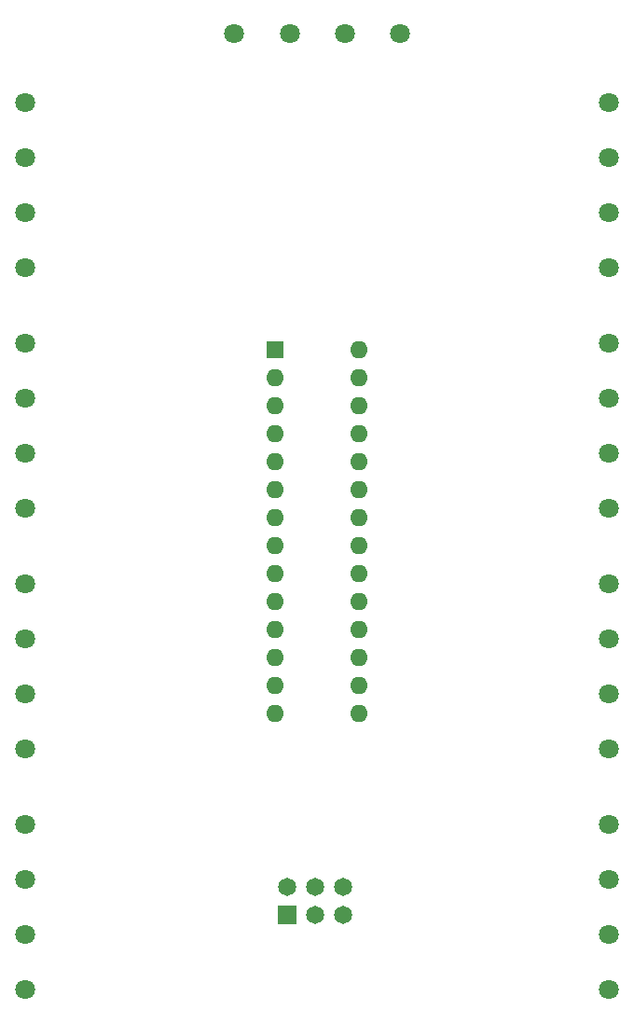
<source format=gbr>
%TF.GenerationSoftware,KiCad,Pcbnew,(5.1.9)-1*%
%TF.CreationDate,2021-06-30T11:02:33-04:00*%
%TF.ProjectId,disco_fish,64697363-6f5f-4666-9973-682e6b696361,rev?*%
%TF.SameCoordinates,Original*%
%TF.FileFunction,Soldermask,Bot*%
%TF.FilePolarity,Negative*%
%FSLAX46Y46*%
G04 Gerber Fmt 4.6, Leading zero omitted, Abs format (unit mm)*
G04 Created by KiCad (PCBNEW (5.1.9)-1) date 2021-06-30 11:02:33*
%MOMM*%
%LPD*%
G01*
G04 APERTURE LIST*
%ADD10O,1.600000X1.600000*%
%ADD11R,1.600000X1.600000*%
%ADD12C,1.651000*%
%ADD13R,1.651000X1.651000*%
%ADD14C,1.800000*%
G04 APERTURE END LIST*
D10*
%TO.C,U2*%
X168783000Y-74676000D03*
X161163000Y-107696000D03*
X168783000Y-77216000D03*
X161163000Y-105156000D03*
X168783000Y-79756000D03*
X161163000Y-102616000D03*
X168783000Y-82296000D03*
X161163000Y-100076000D03*
X168783000Y-84836000D03*
X161163000Y-97536000D03*
X168783000Y-87376000D03*
X161163000Y-94996000D03*
X168783000Y-89916000D03*
X161163000Y-92456000D03*
X168783000Y-92456000D03*
X161163000Y-89916000D03*
X168783000Y-94996000D03*
X161163000Y-87376000D03*
X168783000Y-97536000D03*
X161163000Y-84836000D03*
X168783000Y-100076000D03*
X161163000Y-82296000D03*
X168783000Y-102616000D03*
X161163000Y-79756000D03*
X168783000Y-105156000D03*
X161163000Y-77216000D03*
X168783000Y-107696000D03*
D11*
X161163000Y-74676000D03*
%TD*%
D12*
%TO.C,J10*%
X167386000Y-123444000D03*
X167386000Y-125984000D03*
X164846000Y-123444000D03*
X164846000Y-125984000D03*
X162306000Y-123444000D03*
D13*
X162306000Y-125984000D03*
%TD*%
D14*
%TO.C,J1*%
X138493500Y-67197000D03*
X138493500Y-62197000D03*
X138493500Y-57197000D03*
X138493500Y-52197000D03*
%TD*%
%TO.C,J2*%
X138493500Y-74041000D03*
X138493500Y-79041000D03*
X138493500Y-84041000D03*
X138493500Y-89041000D03*
%TD*%
%TO.C,J3*%
X138493500Y-110885000D03*
X138493500Y-105885000D03*
X138493500Y-100885000D03*
X138493500Y-95885000D03*
%TD*%
%TO.C,J4*%
X138493500Y-117729000D03*
X138493500Y-122729000D03*
X138493500Y-127729000D03*
X138493500Y-132729000D03*
%TD*%
%TO.C,J5*%
X191516000Y-52208400D03*
X191516000Y-57208400D03*
X191516000Y-62208400D03*
X191516000Y-67208400D03*
%TD*%
%TO.C,J6*%
X191516000Y-89052400D03*
X191516000Y-84052400D03*
X191516000Y-79052400D03*
X191516000Y-74052400D03*
%TD*%
%TO.C,J7*%
X191516000Y-95896400D03*
X191516000Y-100896400D03*
X191516000Y-105896400D03*
X191516000Y-110896400D03*
%TD*%
%TO.C,J8*%
X191516000Y-132740400D03*
X191516000Y-127740400D03*
X191516000Y-122740400D03*
X191516000Y-117740400D03*
%TD*%
%TO.C,J9*%
X172513000Y-45974000D03*
X167513000Y-45974000D03*
X162513000Y-45974000D03*
X157513000Y-45974000D03*
%TD*%
M02*

</source>
